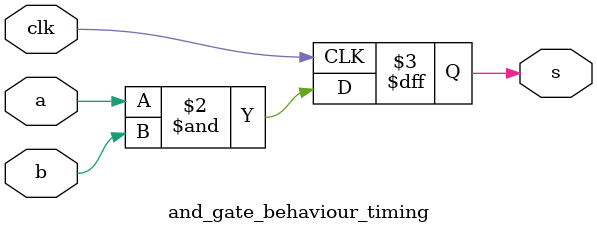
<source format=v>
module and_gate_behaviour_timing(clk, a, b, s);

	input clk;
	input a;
	input b;
	
	output reg s;

	//行为建模（时序逻辑电路）：描述二输入与门
	always @ (posedge clk)		//以时钟上升沿作为触发条件
	begin
		s <= a & b;	//凡是在always块，位于赋值号左侧的信号需要定义为reg型
	end

endmodule 

</source>
